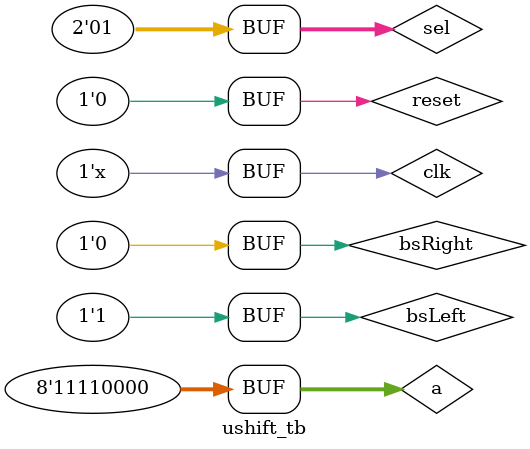
<source format=v>
`include"mux.v"
`include"dff.v"
module ushift #(
    parameter WIDTH = 8
)(
    input [WIDTH-1:0] a,
    input [1:0] sel,
    input bsRight, bsLeft, reset, clk,
    output wire [WIDTH-1:0] a_shifted
);

    wire [WIDTH-1:0] out_mux;

    genvar i;
    generate
        for (i = 0; i < WIDTH; i = i + 1) begin : shift_logic
            wire d0, d1, d2, d3;

            assign d0 = a[i];
            assign d1 = (i == 0) ? bsLeft : a_shifted[i - 1];
            assign d2 = (i == WIDTH - 1) ? bsRight : a_shifted[i + 1];
            assign d3 = a_shifted[i];

            mux m (
                .sel(sel),
                .d({d0, d1, d2, d3}),
                .out(out_mux[i])
            );

            dff ff (
                .clk(clk),
                .reset(reset),
                .d(out_mux[i]),
                .q(a_shifted[i])
            );
        end
    endgenerate

endmodule


   
module ushift_tb;

  parameter WIDTH = 8;

  reg [WIDTH-1:0] a;
  reg [1:0] sel;
  reg bsRight, bsLeft, reset, clk;
  wire [WIDTH-1:0] a_shifted;

  ushift #(.WIDTH(WIDTH)) uut (
    .a(a),
    .sel(sel),
    .bsRight(bsRight),
    .bsLeft(bsLeft),
    .reset(reset),
    .clk(clk),
    .a_shifted(a_shifted)
  );

  always #5 clk = ~clk;

  initial begin
    $dumpfile("ushift_tb.vcd");
    $dumpvars(0, ushift_tb);

    clk = 0;
    reset = 1;
    a = 8'b10110011;
    sel = 2'b11;  // Load
    bsRight = 1'b1;
    bsLeft = 1'b0;

    #10 reset = 0;
    #10;

    sel = 2'b00;  // No change
    #10;

    sel = 2'b01;  // Shift left
    bsLeft = 1'b1;
    #10;

    sel = 2'b10;  // Shift right
    bsRight = 1'b0;
    #10;

    sel = 2'b11;  // Reload
    a = 8'b11110000;
    #10;

    sel = 2'b01;  // Shift left again
    bsLeft = 1'b1;
    #10;

    $display("Test completed.");
   
  end

  initial begin
    $monitor("Time=%0t | sel=%b | bsL=%b | bsR=%b | a=%b | a_shifted=%b",
             $time, sel, bsLeft, bsRight, a, a_shifted);
  end

endmodule

</source>
